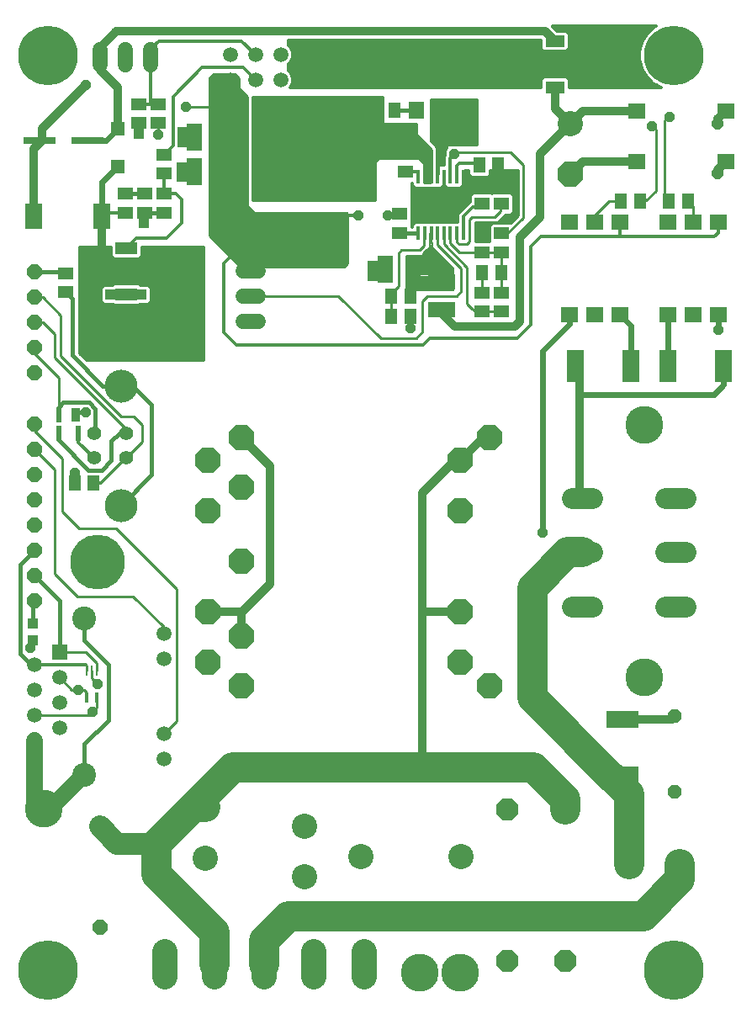
<source format=gtl>
G75*
G70*
%OFA0B0*%
%FSLAX24Y24*%
%IPPOS*%
%LPD*%
%AMOC8*
5,1,8,0,0,1.08239X$1,22.5*
%
%ADD10C,0.1000*%
%ADD11OC8,0.1000*%
%ADD12R,0.0669X0.0591*%
%ADD13R,0.0591X0.0512*%
%ADD14R,0.0512X0.0591*%
%ADD15R,0.0551X0.0551*%
%ADD16R,0.0140X0.0560*%
%ADD17R,0.0800X0.0800*%
%ADD18OC8,0.1181*%
%ADD19R,0.0630X0.1063*%
%ADD20R,0.2165X0.1969*%
%ADD21C,0.0594*%
%ADD22C,0.1000*%
%ADD23OC8,0.0885*%
%ADD24R,0.0630X0.0710*%
%ADD25R,0.1063X0.0630*%
%ADD26C,0.0825*%
%ADD27R,0.0709X0.1260*%
%ADD28R,0.1260X0.0709*%
%ADD29OC8,0.0560*%
%ADD30OC8,0.0760*%
%ADD31C,0.1502*%
%ADD32R,0.0701X0.0598*%
%ADD33R,0.0709X0.0984*%
%ADD34C,0.0594*%
%ADD35R,0.0880X0.0480*%
%ADD36R,0.0866X0.1417*%
%ADD37C,0.0560*%
%ADD38C,0.1306*%
%ADD39OC8,0.0594*%
%ADD40R,0.0594X0.0594*%
%ADD41C,0.0945*%
%ADD42R,0.0433X0.0394*%
%ADD43R,0.1280X0.0300*%
%ADD44R,0.0750X0.0450*%
%ADD45R,0.1250X0.2000*%
%ADD46R,0.0100X0.0440*%
%ADD47R,0.0120X0.0440*%
%ADD48R,0.0370X0.0520*%
%ADD49R,0.0220X0.0620*%
%ADD50OC8,0.0600*%
%ADD51C,0.1200*%
%ADD52C,0.0320*%
%ADD53C,0.0860*%
%ADD54C,0.0100*%
%ADD55C,0.0070*%
%ADD56C,0.0140*%
%ADD57C,0.0120*%
%ADD58R,0.0396X0.0396*%
%ADD59C,0.0160*%
%ADD60OC8,0.0396*%
%ADD61C,0.2362*%
%ADD62C,0.0240*%
%ADD63C,0.1500*%
%ADD64C,0.0660*%
%ADD65C,0.0200*%
%ADD66OC8,0.0436*%
%ADD67C,0.2165*%
D10*
X015587Y011426D03*
X015587Y013451D03*
X019524Y012703D03*
X019524Y010678D03*
X021756Y011487D03*
X025693Y011487D03*
X030040Y040528D03*
D11*
X030040Y038528D03*
X026852Y028098D03*
X025681Y027177D03*
X025681Y025177D03*
X025681Y021177D03*
X025681Y019177D03*
X026852Y018256D03*
X017009Y018256D03*
X015681Y019177D03*
X017009Y020224D03*
X015681Y021177D03*
X017009Y023177D03*
X015681Y025177D03*
X017009Y026130D03*
X015681Y027177D03*
X017009Y028098D03*
D12*
X032659Y039023D03*
X032659Y041031D03*
X036202Y041031D03*
X036202Y039023D03*
D13*
X027306Y038101D03*
X027306Y037353D03*
X026531Y037353D03*
X026531Y038101D03*
X026531Y036176D03*
X026531Y035428D03*
X027306Y035428D03*
X027306Y036176D03*
X027306Y033826D03*
X027306Y033078D03*
X026531Y033078D03*
X026531Y033826D03*
X023281Y036203D03*
X023281Y036951D03*
X023506Y038628D03*
X023506Y039376D03*
X013956Y039301D03*
X013956Y038553D03*
X013956Y037751D03*
X013956Y037003D03*
X013181Y037003D03*
X013181Y037751D03*
X012406Y037751D03*
X012406Y037003D03*
X010031Y034601D03*
X010031Y033853D03*
X012931Y040553D03*
X012931Y041301D03*
X013706Y041301D03*
X013706Y040553D03*
D14*
X022332Y041052D03*
X023080Y041052D03*
X026432Y038902D03*
X027180Y038902D03*
X027295Y034627D03*
X026547Y034627D03*
X023705Y033677D03*
X022957Y033677D03*
X022957Y032902D03*
X023705Y032902D03*
X032057Y037452D03*
X032805Y037452D03*
X033957Y037452D03*
X034705Y037452D03*
X011155Y026277D03*
X010407Y026277D03*
D15*
X012106Y038829D03*
X012106Y040325D03*
X023458Y040177D03*
X024954Y040177D03*
D16*
X025036Y038422D03*
X025286Y038422D03*
X025546Y038422D03*
X025806Y038422D03*
X024776Y038422D03*
X024526Y038422D03*
X024266Y038422D03*
X024006Y038422D03*
X024006Y036182D03*
X024266Y036182D03*
X024526Y036182D03*
X024776Y036182D03*
X025036Y036182D03*
X025286Y036182D03*
X025546Y036182D03*
X025806Y036182D03*
D17*
X024906Y037302D03*
D18*
X024906Y037302D03*
D19*
X023807Y034752D03*
X022704Y034752D03*
X016257Y038627D03*
X015154Y038627D03*
X015154Y040002D03*
X016257Y040002D03*
D20*
X020181Y039400D03*
X020181Y036054D03*
D21*
X017677Y034702D02*
X017084Y034702D01*
X017084Y033702D02*
X017677Y033702D01*
X017677Y032702D02*
X017084Y032702D01*
X013406Y042855D02*
X013406Y043449D01*
X012406Y043449D02*
X012406Y042855D01*
X011406Y042855D02*
X011406Y043449D01*
D22*
X013985Y007734D02*
X013985Y006734D01*
X015953Y006734D02*
X015953Y007734D01*
X017922Y007734D02*
X017922Y006734D01*
X019890Y006734D02*
X019890Y007734D01*
X021859Y007734D02*
X021859Y006734D01*
D23*
X027535Y007362D03*
X029841Y007362D03*
X029841Y013362D03*
X027535Y013362D03*
D24*
X025065Y041052D03*
X023946Y041052D03*
D25*
X024931Y034253D03*
X024931Y033151D03*
D26*
X030093Y025702D02*
X030918Y025702D01*
X030918Y023552D02*
X030093Y023552D01*
X030093Y021402D02*
X030918Y021402D01*
X033793Y021402D02*
X034618Y021402D01*
X034618Y023552D02*
X033793Y023552D01*
X033793Y025702D02*
X034618Y025702D01*
D27*
X033903Y030927D03*
X032433Y030927D03*
X030228Y030927D03*
X036108Y030927D03*
D28*
X032106Y016930D03*
X032106Y014725D03*
D29*
X034181Y014052D03*
X034181Y017052D03*
D30*
X034381Y011202D03*
X032381Y011202D03*
D31*
X032981Y018577D03*
X032981Y028577D03*
D32*
X033906Y032948D03*
X034906Y032948D03*
X035906Y032948D03*
X035906Y036606D03*
X034906Y036606D03*
X033906Y036606D03*
X032006Y036606D03*
X031006Y036606D03*
X030006Y036606D03*
X030006Y032948D03*
X031006Y032948D03*
X032006Y032948D03*
D33*
X011489Y036852D03*
X008772Y036852D03*
D34*
X016568Y042246D03*
X016568Y043246D03*
X017568Y043246D03*
X017568Y042246D03*
X018568Y042246D03*
X018568Y043246D03*
X013925Y020322D03*
X013925Y019322D03*
X013925Y016342D03*
X013925Y015342D03*
X009807Y016582D03*
X009807Y017582D03*
X009807Y018582D03*
X008807Y019082D03*
X008807Y018082D03*
X008807Y017082D03*
X008807Y016082D03*
D35*
X012435Y033767D03*
X012435Y034677D03*
X012435Y035587D03*
D36*
X014876Y034677D03*
D37*
X012429Y028260D03*
X012429Y027276D03*
X011170Y027276D03*
X011170Y028260D03*
D38*
X012233Y030138D03*
X012233Y025398D03*
D39*
X008806Y025627D03*
X008806Y024627D03*
X008806Y023627D03*
X008806Y022627D03*
X008806Y021627D03*
X008806Y026627D03*
X008806Y027627D03*
X008806Y028627D03*
X008806Y030652D03*
X008806Y031652D03*
X008806Y032652D03*
X008806Y033652D03*
X008806Y034652D03*
D40*
X009807Y019582D03*
D41*
X010775Y020932D03*
X010775Y014731D03*
D42*
X008756Y020043D03*
X008756Y020712D03*
D43*
X009006Y039852D03*
X010906Y039852D03*
D44*
X029441Y041967D03*
X029441Y042877D03*
X029441Y043787D03*
D45*
X027171Y042877D03*
D46*
X011281Y018867D03*
X011081Y018867D03*
X010881Y018867D03*
D47*
X010881Y017787D03*
X011281Y017787D03*
D48*
X010456Y029002D03*
D49*
X009776Y029002D03*
X009776Y028252D03*
X010536Y028252D03*
D50*
X011406Y012677D03*
X011406Y008677D03*
D51*
X013656Y010777D02*
X015953Y008479D01*
X015953Y007234D01*
X017922Y007234D02*
X017922Y008169D01*
X018881Y009127D01*
X032931Y009127D01*
X034381Y010577D01*
X034381Y011202D01*
X032381Y011202D02*
X032381Y013951D01*
X031702Y014630D01*
X031681Y014627D02*
X028531Y017777D01*
X028531Y022127D01*
X029956Y023552D01*
X030506Y023552D01*
X028581Y015027D02*
X024156Y015027D01*
X016681Y015027D01*
X015105Y013451D01*
X013656Y012002D01*
X013656Y010777D01*
X015105Y013451D02*
X015587Y013451D01*
X028581Y015027D02*
X029841Y013767D01*
X029841Y013362D01*
D52*
X031681Y014627D02*
X031702Y014630D01*
X032106Y014677D01*
X032106Y014725D01*
X032106Y016930D02*
X034058Y016930D01*
X034181Y017052D01*
X030506Y025702D02*
X030406Y025802D01*
X030406Y029752D01*
X030406Y030750D01*
X030228Y030927D01*
X028056Y032702D02*
X028056Y036027D01*
X028856Y036827D01*
X028856Y039327D01*
X030056Y040527D01*
X030040Y040528D02*
X029441Y041128D01*
X029441Y041967D01*
X030544Y041031D02*
X030040Y040528D01*
X030544Y041031D02*
X032659Y041031D01*
X032659Y039023D02*
X030536Y039023D01*
X030040Y038528D01*
X029446Y043787D02*
X029441Y043787D01*
X029446Y043787D02*
X029056Y044177D01*
X012056Y044177D01*
X011406Y043527D01*
X011406Y043152D01*
X011406Y042652D01*
X012106Y041952D01*
X012106Y040327D01*
X012106Y040325D01*
X010831Y042052D02*
X009106Y040327D01*
X009106Y039852D01*
X008772Y039519D01*
X008772Y036852D01*
X011481Y036827D02*
X011481Y035227D01*
X012031Y034677D01*
X012435Y034677D01*
X014876Y034677D01*
X012406Y037003D02*
X012380Y036977D01*
X009106Y039852D02*
X009006Y039852D01*
X017009Y028098D02*
X018156Y026952D01*
X018156Y022302D01*
X017009Y021156D01*
X017009Y021152D01*
X016984Y021177D01*
X015681Y021177D01*
X017009Y021152D02*
X017009Y020224D01*
X024190Y021102D02*
X024190Y015061D01*
X024156Y015027D01*
X024190Y021102D02*
X024265Y021177D01*
X025681Y021177D01*
X024190Y021102D02*
X024190Y025902D01*
X025465Y027177D01*
X025681Y027177D01*
X026602Y028098D01*
X026852Y028098D01*
X027831Y032477D02*
X025481Y032477D01*
X024856Y033102D01*
X024931Y033202D01*
X024931Y033151D01*
X027831Y032477D02*
X028056Y032702D01*
X035881Y038552D02*
X035881Y038702D01*
X036202Y039023D01*
X035881Y040527D02*
X035881Y040710D01*
X036202Y041031D01*
X020181Y039400D02*
X020054Y039400D01*
D53*
X011406Y012677D02*
X012081Y012002D01*
X013656Y012002D01*
D54*
X013931Y016352D02*
X014431Y016852D01*
X014431Y022077D01*
X012031Y024477D01*
X010581Y024477D01*
X009906Y025152D01*
X009906Y027252D01*
X008806Y028352D01*
X008806Y028627D01*
X008806Y027627D02*
X009606Y026827D01*
X009606Y022702D01*
X010506Y021802D01*
X012706Y021802D01*
X013925Y020583D01*
X013925Y020322D01*
X011281Y019152D02*
X011281Y018867D01*
X011081Y018867D02*
X011081Y018552D01*
X011306Y018327D01*
X010881Y018002D02*
X010781Y018102D01*
X010531Y018102D01*
X010286Y018102D01*
X009807Y018582D01*
X009807Y019582D02*
X010851Y019582D01*
X011281Y019152D01*
X010881Y019052D02*
X010881Y018867D01*
X010881Y019052D02*
X010856Y019077D01*
X010881Y018002D02*
X010881Y017787D01*
X011281Y017787D02*
X011281Y017402D01*
X011106Y017227D01*
X010960Y017082D01*
X008807Y017082D01*
X010407Y026277D02*
X010407Y026676D01*
X010406Y026677D01*
X010536Y028035D02*
X010536Y028252D01*
X009776Y029002D02*
X009776Y029122D01*
X009781Y029127D02*
X009781Y030452D01*
X008806Y031427D01*
X008806Y031652D01*
X009606Y031252D02*
X012429Y028428D01*
X012429Y028260D01*
X012256Y028927D02*
X012731Y028927D01*
X013081Y028577D01*
X013081Y027927D01*
X012431Y027277D01*
X012256Y028927D02*
X009856Y031327D01*
X009856Y032927D01*
X009131Y033652D01*
X008806Y033652D01*
X008806Y032652D02*
X009156Y032652D01*
X009606Y032202D01*
X009606Y031252D01*
X010581Y031431D02*
X010581Y035652D01*
X011826Y035652D01*
X011826Y035277D01*
X011925Y035177D01*
X012946Y035177D01*
X013045Y035277D01*
X013045Y035652D01*
X015506Y035652D01*
X015506Y031152D01*
X010859Y031152D01*
X010581Y031431D01*
X015506Y031431D01*
X015506Y031333D02*
X010679Y031333D01*
X010777Y031234D02*
X015506Y031234D01*
X015506Y031530D02*
X010581Y031530D01*
X010581Y031628D02*
X015506Y031628D01*
X015506Y031727D02*
X010581Y031727D01*
X010581Y031825D02*
X015506Y031825D01*
X015506Y031924D02*
X010581Y031924D01*
X010581Y032022D02*
X015506Y032022D01*
X015506Y032121D02*
X010581Y032121D01*
X010581Y032219D02*
X015506Y032219D01*
X015506Y032318D02*
X010581Y032318D01*
X010581Y032416D02*
X015506Y032416D01*
X015506Y032515D02*
X010581Y032515D01*
X010581Y032613D02*
X015506Y032613D01*
X015506Y032712D02*
X010581Y032712D01*
X010581Y032810D02*
X015506Y032810D01*
X015506Y032909D02*
X010581Y032909D01*
X010581Y033007D02*
X015506Y033007D01*
X015506Y033106D02*
X010581Y033106D01*
X010581Y033204D02*
X015506Y033204D01*
X015506Y033303D02*
X010581Y033303D01*
X010581Y033401D02*
X011520Y033401D01*
X011537Y033384D02*
X011898Y033384D01*
X011925Y033357D01*
X012946Y033357D01*
X012973Y033384D01*
X013299Y033384D01*
X013399Y033484D01*
X013399Y034021D01*
X013299Y034120D01*
X013003Y034120D01*
X012946Y034177D01*
X011925Y034177D01*
X011868Y034120D01*
X011537Y034120D01*
X011437Y034021D01*
X011437Y033484D01*
X011537Y033384D01*
X011437Y033500D02*
X010581Y033500D01*
X010581Y033598D02*
X011437Y033598D01*
X011437Y033697D02*
X010581Y033697D01*
X010581Y033795D02*
X011437Y033795D01*
X011437Y033894D02*
X010581Y033894D01*
X010581Y033992D02*
X011437Y033992D01*
X011508Y034091D02*
X010581Y034091D01*
X010581Y034189D02*
X015506Y034189D01*
X015506Y034091D02*
X013329Y034091D01*
X013399Y033992D02*
X015506Y033992D01*
X015506Y033894D02*
X013399Y033894D01*
X013399Y033795D02*
X015506Y033795D01*
X015506Y033697D02*
X013399Y033697D01*
X013399Y033598D02*
X015506Y033598D01*
X015506Y033500D02*
X013399Y033500D01*
X013316Y033401D02*
X015506Y033401D01*
X015506Y034288D02*
X010581Y034288D01*
X010581Y034386D02*
X015506Y034386D01*
X015506Y034485D02*
X010581Y034485D01*
X010581Y034583D02*
X015506Y034583D01*
X015506Y034682D02*
X010581Y034682D01*
X010581Y034780D02*
X015506Y034780D01*
X015506Y034879D02*
X010581Y034879D01*
X010581Y034977D02*
X015506Y034977D01*
X015506Y035076D02*
X010581Y035076D01*
X010581Y035174D02*
X015506Y035174D01*
X015506Y035273D02*
X013042Y035273D01*
X013045Y035371D02*
X015506Y035371D01*
X015506Y035470D02*
X013045Y035470D01*
X013045Y035568D02*
X015506Y035568D01*
X015871Y035962D02*
X021206Y035962D01*
X021206Y035864D02*
X015969Y035864D01*
X016068Y035765D02*
X021206Y035765D01*
X021206Y035667D02*
X016166Y035667D01*
X016265Y035568D02*
X021206Y035568D01*
X021206Y035470D02*
X016363Y035470D01*
X016462Y035371D02*
X021206Y035371D01*
X021206Y035273D02*
X016560Y035273D01*
X016659Y035174D02*
X021206Y035174D01*
X021206Y035076D02*
X016757Y035076D01*
X016856Y034977D02*
X021206Y034977D01*
X021081Y034852D01*
X016981Y034852D01*
X015756Y036077D01*
X015756Y042352D01*
X015906Y042502D01*
X016731Y042502D01*
X016906Y042327D01*
X016906Y041927D01*
X017231Y041602D01*
X017231Y037252D01*
X017506Y036977D01*
X021056Y036977D01*
X021206Y036827D01*
X021206Y034977D01*
X021107Y034879D02*
X016954Y034879D01*
X017381Y033702D02*
X020856Y033702D01*
X022531Y032027D01*
X023931Y032027D01*
X024181Y032277D01*
X024181Y033502D01*
X024381Y033702D01*
X025531Y033702D01*
X025706Y033877D01*
X025706Y034777D01*
X024776Y035707D01*
X024776Y036182D01*
X024781Y036182D01*
X025036Y036182D02*
X025036Y035747D01*
X025956Y034827D01*
X025956Y033402D01*
X026155Y033203D01*
X026156Y033202D02*
X026280Y033078D01*
X026531Y033078D01*
X027306Y033078D01*
X027306Y033826D02*
X027306Y034651D01*
X027295Y034627D01*
X027306Y034703D01*
X027306Y035428D01*
X026531Y035428D01*
X025655Y035428D01*
X025286Y035797D01*
X025286Y036182D01*
X025546Y036182D02*
X025546Y035837D01*
X025631Y035752D01*
X025956Y035752D01*
X026056Y035852D01*
X026056Y036727D01*
X026156Y036827D01*
X027056Y036827D01*
X027281Y037052D01*
X027306Y037353D01*
X027474Y036927D02*
X027671Y036927D01*
X027771Y037027D01*
X027771Y037679D01*
X027671Y037779D01*
X026940Y037779D01*
X026918Y037757D01*
X026896Y037779D01*
X026165Y037779D01*
X026065Y037679D01*
X026065Y037437D01*
X025951Y037322D01*
X025576Y036947D01*
X023756Y036947D01*
X023756Y036849D02*
X025576Y036849D01*
X025576Y036947D02*
X025576Y036632D01*
X023865Y036632D01*
X023766Y036533D01*
X023766Y036427D01*
X023756Y036427D01*
X023756Y038177D01*
X023766Y038177D01*
X023766Y038072D01*
X023865Y037972D01*
X024916Y037972D01*
X025016Y038072D01*
X025016Y038177D01*
X025046Y038177D01*
X025046Y038072D01*
X025145Y037972D01*
X025686Y037972D01*
X025786Y038072D01*
X025786Y038177D01*
X025856Y038177D01*
X025856Y038677D01*
X026006Y038677D01*
X026006Y038536D01*
X026105Y038437D01*
X026758Y038437D01*
X026857Y038536D01*
X026857Y038677D01*
X027961Y038677D01*
X027961Y036893D01*
X027669Y036602D01*
X026940Y036602D01*
X026840Y036503D01*
X026840Y035854D01*
X026276Y035854D01*
X026276Y036607D01*
X027147Y036607D01*
X027276Y036736D01*
X027430Y036890D01*
X027474Y036927D01*
X027388Y036849D02*
X027916Y036849D01*
X027961Y036947D02*
X027691Y036947D01*
X027771Y037046D02*
X027961Y037046D01*
X027961Y037144D02*
X027771Y037144D01*
X027771Y037243D02*
X027961Y037243D01*
X027961Y037341D02*
X027771Y037341D01*
X027771Y037440D02*
X027961Y037440D01*
X027961Y037538D02*
X027771Y037538D01*
X027771Y037637D02*
X027961Y037637D01*
X027961Y037735D02*
X027715Y037735D01*
X027961Y037834D02*
X023756Y037834D01*
X023756Y037932D02*
X027961Y037932D01*
X027961Y038031D02*
X025745Y038031D01*
X025786Y038129D02*
X027961Y038129D01*
X027961Y038228D02*
X025856Y038228D01*
X025856Y038326D02*
X027961Y038326D01*
X027961Y038425D02*
X025856Y038425D01*
X025856Y038523D02*
X026019Y038523D01*
X026006Y038622D02*
X025856Y038622D01*
X025456Y039302D02*
X025556Y039402D01*
X027681Y039402D01*
X028181Y038902D01*
X028181Y036802D01*
X027556Y036177D01*
X027356Y036177D01*
X027331Y036152D01*
X026891Y036553D02*
X026276Y036553D01*
X026276Y036455D02*
X026840Y036455D01*
X026840Y036356D02*
X026276Y036356D01*
X026276Y036258D02*
X026840Y036258D01*
X026840Y036159D02*
X026276Y036159D01*
X026276Y036061D02*
X026840Y036061D01*
X026840Y035962D02*
X026276Y035962D01*
X026276Y035864D02*
X026840Y035864D01*
X027191Y036652D02*
X027719Y036652D01*
X027818Y036750D02*
X027290Y036750D01*
X027276Y036736D02*
X027276Y036736D01*
X026121Y037735D02*
X023756Y037735D01*
X023756Y037637D02*
X026065Y037637D01*
X026065Y037538D02*
X023756Y037538D01*
X023756Y037440D02*
X026065Y037440D01*
X025969Y037341D02*
X023756Y037341D01*
X023756Y037243D02*
X025871Y037243D01*
X025772Y037144D02*
X023756Y037144D01*
X023756Y037046D02*
X025674Y037046D01*
X025576Y036750D02*
X023756Y036750D01*
X023756Y036652D02*
X025576Y036652D01*
X024266Y036182D02*
X024256Y036182D01*
X024256Y035702D01*
X024081Y035527D01*
X023356Y035527D01*
X023231Y035402D01*
X023231Y034077D01*
X022957Y033803D01*
X022957Y033677D01*
X022957Y032902D01*
X023705Y032902D02*
X023706Y032901D01*
X023706Y032427D01*
X022704Y034752D02*
X022579Y034877D01*
X022206Y034877D01*
X021206Y036061D02*
X015772Y036061D01*
X015756Y036159D02*
X021206Y036159D01*
X021206Y036258D02*
X015756Y036258D01*
X015756Y036356D02*
X021206Y036356D01*
X021206Y036455D02*
X015756Y036455D01*
X015756Y036553D02*
X021206Y036553D01*
X021206Y036652D02*
X015756Y036652D01*
X015756Y036750D02*
X021206Y036750D01*
X021184Y036849D02*
X015756Y036849D01*
X015756Y036947D02*
X021085Y036947D01*
X022306Y037477D02*
X017456Y037477D01*
X017456Y041602D01*
X022606Y041602D01*
X022606Y040527D01*
X023931Y040527D01*
X023931Y040102D01*
X024531Y039502D01*
X024531Y038977D01*
X024506Y038952D01*
X024506Y038202D01*
X024256Y038202D01*
X024256Y038952D01*
X024056Y039152D01*
X022431Y039152D01*
X022306Y039027D01*
X022306Y037477D01*
X022306Y037538D02*
X017456Y037538D01*
X017456Y037637D02*
X022306Y037637D01*
X022306Y037735D02*
X017456Y037735D01*
X017456Y037834D02*
X022306Y037834D01*
X022306Y037932D02*
X017456Y037932D01*
X017456Y038031D02*
X022306Y038031D01*
X022306Y038129D02*
X017456Y038129D01*
X017456Y038228D02*
X022306Y038228D01*
X022306Y038326D02*
X017456Y038326D01*
X017456Y038425D02*
X022306Y038425D01*
X022306Y038523D02*
X017456Y038523D01*
X017456Y038622D02*
X022306Y038622D01*
X022306Y038720D02*
X017456Y038720D01*
X017456Y038819D02*
X022306Y038819D01*
X022306Y038917D02*
X017456Y038917D01*
X017456Y039016D02*
X022306Y039016D01*
X022393Y039114D02*
X017456Y039114D01*
X017456Y039213D02*
X024531Y039213D01*
X024531Y039311D02*
X017456Y039311D01*
X017456Y039410D02*
X024531Y039410D01*
X024524Y039508D02*
X017456Y039508D01*
X017456Y039607D02*
X024426Y039607D01*
X024327Y039705D02*
X017456Y039705D01*
X017456Y039804D02*
X024229Y039804D01*
X024130Y039902D02*
X017456Y039902D01*
X017456Y040001D02*
X024032Y040001D01*
X023933Y040099D02*
X017456Y040099D01*
X017456Y040198D02*
X023931Y040198D01*
X023931Y040296D02*
X017456Y040296D01*
X017456Y040395D02*
X023931Y040395D01*
X023931Y040493D02*
X017456Y040493D01*
X017456Y040592D02*
X022606Y040592D01*
X022606Y040690D02*
X017456Y040690D01*
X017456Y040789D02*
X022606Y040789D01*
X022606Y040887D02*
X017456Y040887D01*
X017456Y040986D02*
X022606Y040986D01*
X022606Y041084D02*
X017456Y041084D01*
X017456Y041183D02*
X022606Y041183D01*
X022606Y041281D02*
X017456Y041281D01*
X017456Y041380D02*
X022606Y041380D01*
X022606Y041478D02*
X017456Y041478D01*
X017456Y041577D02*
X022606Y041577D01*
X024506Y041502D02*
X024506Y039852D01*
X024756Y039602D01*
X024756Y038783D01*
X024766Y038773D01*
X024766Y038527D01*
X024796Y038527D01*
X024796Y038773D01*
X024806Y038783D01*
X024806Y038852D01*
X024856Y038902D01*
X025046Y038902D01*
X025046Y039205D01*
X025082Y039293D01*
X025087Y039298D01*
X025087Y039480D01*
X025156Y039548D01*
X025156Y039702D01*
X026356Y039702D01*
X026356Y041502D01*
X024506Y041502D01*
X024506Y041478D02*
X026356Y041478D01*
X026356Y041380D02*
X024506Y041380D01*
X024506Y041281D02*
X026356Y041281D01*
X026356Y041183D02*
X024506Y041183D01*
X024506Y041084D02*
X026356Y041084D01*
X026356Y040986D02*
X024506Y040986D01*
X024506Y040887D02*
X026356Y040887D01*
X026356Y040789D02*
X024506Y040789D01*
X024506Y040690D02*
X026356Y040690D01*
X026356Y040592D02*
X024506Y040592D01*
X024506Y040493D02*
X026356Y040493D01*
X026356Y040395D02*
X024506Y040395D01*
X024506Y040296D02*
X026356Y040296D01*
X026356Y040198D02*
X024506Y040198D01*
X024506Y040099D02*
X026356Y040099D01*
X026356Y040001D02*
X024506Y040001D01*
X024506Y039902D02*
X026356Y039902D01*
X026356Y039804D02*
X024554Y039804D01*
X024652Y039705D02*
X026356Y039705D01*
X026857Y038622D02*
X027961Y038622D01*
X027961Y038523D02*
X026844Y038523D01*
X025087Y038031D02*
X024975Y038031D01*
X025016Y038129D02*
X025046Y038129D01*
X024796Y038622D02*
X024766Y038622D01*
X024766Y038720D02*
X024796Y038720D01*
X024806Y038819D02*
X024756Y038819D01*
X024756Y038917D02*
X025046Y038917D01*
X025046Y039016D02*
X024756Y039016D01*
X024756Y039114D02*
X025046Y039114D01*
X025049Y039213D02*
X024756Y039213D01*
X024756Y039311D02*
X025087Y039311D01*
X025087Y039410D02*
X024756Y039410D01*
X024756Y039508D02*
X025116Y039508D01*
X025156Y039607D02*
X024751Y039607D01*
X024531Y039114D02*
X024093Y039114D01*
X024192Y039016D02*
X024531Y039016D01*
X024506Y038917D02*
X024256Y038917D01*
X024256Y038819D02*
X024506Y038819D01*
X024506Y038720D02*
X024256Y038720D01*
X024256Y038622D02*
X024506Y038622D01*
X024506Y038523D02*
X024256Y038523D01*
X024256Y038425D02*
X024506Y038425D01*
X024506Y038326D02*
X024256Y038326D01*
X024256Y038228D02*
X024506Y038228D01*
X023807Y038031D02*
X023756Y038031D01*
X023756Y038129D02*
X023766Y038129D01*
X023756Y036553D02*
X023786Y036553D01*
X023766Y036455D02*
X023756Y036455D01*
X024256Y036202D02*
X024256Y036182D01*
X026547Y034627D02*
X026557Y033902D01*
X026531Y033826D01*
X031006Y036606D02*
X031006Y036877D01*
X031582Y037453D01*
X032057Y037452D01*
X032805Y037452D02*
X032831Y037478D01*
X033057Y037478D01*
X033431Y037852D01*
X033431Y040277D01*
X033281Y040427D01*
X033781Y040652D02*
X033981Y040802D01*
X033781Y040652D02*
X033781Y037627D01*
X033956Y037452D01*
X033957Y037452D01*
X034705Y037452D02*
X034906Y037251D01*
X034906Y036606D01*
X017437Y037046D02*
X015756Y037046D01*
X015756Y037144D02*
X017338Y037144D01*
X017240Y037243D02*
X015756Y037243D01*
X015756Y037341D02*
X017231Y037341D01*
X017231Y037440D02*
X015756Y037440D01*
X015756Y037538D02*
X017231Y037538D01*
X017231Y037637D02*
X015756Y037637D01*
X015756Y037735D02*
X017231Y037735D01*
X017231Y037834D02*
X015756Y037834D01*
X015756Y037932D02*
X017231Y037932D01*
X017231Y038031D02*
X015756Y038031D01*
X015756Y038129D02*
X017231Y038129D01*
X017231Y038228D02*
X015756Y038228D01*
X015756Y038326D02*
X017231Y038326D01*
X017231Y038425D02*
X015756Y038425D01*
X015756Y038523D02*
X017231Y038523D01*
X017231Y038622D02*
X015756Y038622D01*
X015756Y038720D02*
X017231Y038720D01*
X017231Y038819D02*
X015756Y038819D01*
X015756Y038917D02*
X017231Y038917D01*
X017231Y039016D02*
X015756Y039016D01*
X015756Y039114D02*
X017231Y039114D01*
X017231Y039213D02*
X015756Y039213D01*
X015756Y039311D02*
X017231Y039311D01*
X017231Y039410D02*
X015756Y039410D01*
X015756Y039508D02*
X017231Y039508D01*
X017231Y039607D02*
X015756Y039607D01*
X015756Y039705D02*
X017231Y039705D01*
X017231Y039804D02*
X015756Y039804D01*
X015756Y039902D02*
X017231Y039902D01*
X017231Y040001D02*
X015756Y040001D01*
X015756Y040099D02*
X017231Y040099D01*
X017231Y040198D02*
X015756Y040198D01*
X015756Y040296D02*
X017231Y040296D01*
X017231Y040395D02*
X015756Y040395D01*
X015756Y040493D02*
X017231Y040493D01*
X017231Y040592D02*
X015756Y040592D01*
X015756Y040690D02*
X017231Y040690D01*
X017231Y040789D02*
X015756Y040789D01*
X015756Y040887D02*
X017231Y040887D01*
X017231Y040986D02*
X015756Y040986D01*
X015756Y041084D02*
X017231Y041084D01*
X017231Y041183D02*
X015756Y041183D01*
X015756Y041281D02*
X017231Y041281D01*
X017231Y041380D02*
X015756Y041380D01*
X015756Y041478D02*
X017231Y041478D01*
X017231Y041577D02*
X015756Y041577D01*
X015756Y041675D02*
X017157Y041675D01*
X017059Y041774D02*
X015756Y041774D01*
X015756Y041872D02*
X016960Y041872D01*
X016906Y041971D02*
X015756Y041971D01*
X015756Y042069D02*
X016906Y042069D01*
X016906Y042168D02*
X015756Y042168D01*
X015756Y042266D02*
X016906Y042266D01*
X016868Y042365D02*
X015768Y042365D01*
X015867Y042463D02*
X016769Y042463D01*
X016131Y041202D02*
X016181Y041152D01*
X016131Y041202D02*
X014806Y041202D01*
X013706Y040553D02*
X013706Y040102D01*
X011826Y035568D02*
X010581Y035568D01*
X010581Y035470D02*
X011826Y035470D01*
X011826Y035371D02*
X010581Y035371D01*
X010581Y035273D02*
X011829Y035273D01*
D55*
X023531Y035277D02*
X023531Y033927D01*
X025406Y033927D01*
X025406Y034787D01*
X024571Y035622D01*
X024571Y035818D01*
X024551Y035838D01*
X024551Y036177D01*
X024491Y036177D01*
X024491Y035838D01*
X024461Y035808D01*
X024461Y035617D01*
X024286Y035442D01*
X024206Y035362D01*
X024831Y035362D01*
X024763Y035430D02*
X024274Y035430D01*
X024206Y035362D02*
X024206Y035277D01*
X023531Y035277D01*
X023531Y035225D02*
X024968Y035225D01*
X024900Y035293D02*
X024206Y035293D01*
X024342Y035499D02*
X024694Y035499D01*
X024626Y035567D02*
X024411Y035567D01*
X024461Y035636D02*
X024571Y035636D01*
X024571Y035704D02*
X024461Y035704D01*
X024461Y035773D02*
X024571Y035773D01*
X024551Y035841D02*
X024491Y035841D01*
X024491Y035910D02*
X024551Y035910D01*
X024551Y035978D02*
X024491Y035978D01*
X024491Y036047D02*
X024551Y036047D01*
X024551Y036115D02*
X024491Y036115D01*
X025037Y035156D02*
X023531Y035156D01*
X023531Y035088D02*
X025105Y035088D01*
X025174Y035019D02*
X023531Y035019D01*
X023531Y034951D02*
X025242Y034951D01*
X025311Y034882D02*
X023531Y034882D01*
X023531Y034814D02*
X025379Y034814D01*
X025406Y034745D02*
X023531Y034745D01*
X023531Y034677D02*
X025406Y034677D01*
X025406Y034608D02*
X023531Y034608D01*
X023531Y034540D02*
X025406Y034540D01*
X025406Y034471D02*
X023531Y034471D01*
X023531Y034403D02*
X025406Y034403D01*
X025406Y034334D02*
X023531Y034334D01*
X023531Y034266D02*
X025406Y034266D01*
X025406Y034197D02*
X023531Y034197D01*
X023531Y034129D02*
X025406Y034129D01*
X025406Y034060D02*
X023531Y034060D01*
X023531Y033992D02*
X025406Y033992D01*
D56*
X024006Y036182D02*
X023936Y036182D01*
X023931Y036177D01*
X024006Y038422D02*
X024006Y038602D01*
X023980Y038628D01*
X023506Y038628D01*
X024266Y038422D02*
X024266Y039137D01*
X024281Y039152D01*
X024776Y038847D02*
X024856Y038927D01*
X024776Y038847D02*
X024776Y038422D01*
X025286Y038422D02*
X025286Y039157D01*
X025456Y039327D01*
D57*
X025656Y038952D02*
X026382Y038952D01*
X026432Y038902D01*
X025656Y038952D02*
X025546Y038842D01*
X025546Y038422D01*
X024526Y038422D02*
X024526Y038982D01*
X023281Y036951D02*
X022806Y036902D01*
X021631Y036902D02*
X020856Y036902D01*
X020006Y036052D01*
X019981Y036052D02*
X019956Y036027D01*
X019931Y036052D01*
X020181Y036054D01*
X019956Y036027D02*
X019406Y035477D01*
X019206Y035477D01*
X019231Y035452D01*
X016731Y035427D02*
X016306Y035002D01*
X016306Y032252D01*
X016806Y031752D01*
X024206Y031752D01*
X024481Y032027D01*
X027956Y032027D01*
X028481Y032552D01*
X028481Y035652D01*
X028881Y036052D01*
X032006Y036052D01*
X032006Y036606D01*
X032006Y036052D02*
X035756Y036052D01*
X035906Y036202D01*
X035906Y036602D01*
X033629Y041952D02*
X029996Y041952D01*
X029996Y042267D01*
X029890Y042372D01*
X028991Y042372D01*
X028886Y042267D01*
X028886Y041952D01*
X018948Y041952D01*
X018972Y041976D01*
X019045Y042152D01*
X019045Y042341D01*
X018972Y042517D01*
X018881Y042608D01*
X018881Y042885D01*
X018972Y042976D01*
X019045Y043152D01*
X019045Y043341D01*
X018972Y043517D01*
X018881Y043608D01*
X018881Y043837D01*
X028886Y043837D01*
X028886Y043488D01*
X028991Y043382D01*
X029890Y043382D01*
X029996Y043488D01*
X029996Y044087D01*
X029890Y044192D01*
X029521Y044192D01*
X029344Y044370D01*
X029326Y044387D01*
X033442Y044387D01*
X033311Y044312D01*
X033058Y044058D01*
X029996Y044058D01*
X029996Y043940D02*
X032989Y043940D01*
X033058Y044058D02*
X032878Y043748D01*
X032786Y043402D01*
X032786Y043043D01*
X032878Y042697D01*
X033058Y042387D01*
X033311Y042133D01*
X033621Y041954D01*
X033629Y041952D01*
X033466Y042044D02*
X029996Y042044D01*
X029996Y042162D02*
X033282Y042162D01*
X033164Y042281D02*
X029982Y042281D01*
X028900Y042281D02*
X019045Y042281D01*
X019045Y042162D02*
X028886Y042162D01*
X028886Y042044D02*
X019000Y042044D01*
X019021Y042399D02*
X033050Y042399D01*
X032982Y042518D02*
X018971Y042518D01*
X018881Y042636D02*
X032913Y042636D01*
X032863Y042755D02*
X018881Y042755D01*
X018881Y042873D02*
X032831Y042873D01*
X032799Y042992D02*
X018979Y042992D01*
X019028Y043110D02*
X032786Y043110D01*
X032786Y043229D02*
X019045Y043229D01*
X019042Y043347D02*
X032786Y043347D01*
X032803Y043466D02*
X029974Y043466D01*
X029996Y043584D02*
X032835Y043584D01*
X032866Y043703D02*
X029996Y043703D01*
X029996Y043821D02*
X032921Y043821D01*
X033176Y044177D02*
X029906Y044177D01*
X029418Y044295D02*
X033295Y044295D01*
X029344Y044370D02*
X029344Y044370D01*
X028886Y043821D02*
X018881Y043821D01*
X018881Y043703D02*
X028886Y043703D01*
X028886Y043584D02*
X018905Y043584D01*
X018993Y043466D02*
X028907Y043466D01*
X026531Y037252D02*
X026506Y037227D01*
X026181Y037227D01*
X025806Y036852D01*
X025806Y036182D01*
X017568Y042246D02*
X017062Y042752D01*
X015456Y042752D01*
X014306Y041602D01*
X014306Y039651D01*
X013956Y039301D01*
X013956Y038578D02*
X013956Y038553D01*
X013956Y037751D01*
X014407Y037751D01*
X014631Y037527D01*
X014631Y036577D01*
X014056Y036002D01*
X012851Y036002D01*
X012435Y035587D01*
X012380Y036977D02*
X011606Y036977D01*
X011481Y036852D01*
X012931Y040127D02*
X012931Y040553D01*
X012931Y041301D02*
X013405Y041301D01*
X013406Y041302D01*
X013705Y041302D01*
X013706Y041301D01*
X013406Y041302D02*
X013406Y043152D01*
X013406Y043477D01*
X013731Y043802D01*
X017012Y043802D01*
X017568Y043246D01*
X015154Y040002D02*
X014954Y039802D01*
X014681Y039802D01*
X015154Y038627D02*
X014979Y038427D01*
X014656Y038427D01*
X010548Y028035D02*
X010548Y027897D01*
X011170Y027276D01*
X011155Y026277D02*
X011431Y026277D01*
X012429Y027276D01*
X008756Y020043D02*
X008665Y019993D01*
X008656Y019752D01*
X008807Y019082D02*
X008811Y019077D01*
X010856Y019077D01*
D58*
X011806Y033752D03*
X013031Y033752D03*
X013156Y036577D03*
X014656Y038427D03*
X014656Y038802D03*
X014681Y039802D03*
X014681Y040177D03*
X012931Y040127D03*
X018131Y040827D03*
X018731Y040827D03*
X019331Y040827D03*
X019931Y040827D03*
X020531Y040827D03*
X021131Y040827D03*
X021731Y040827D03*
X024131Y037697D03*
X024131Y037302D03*
X024131Y036907D03*
X025681Y037377D03*
X025681Y037747D03*
X022206Y034877D03*
X022206Y034502D03*
X026206Y042102D03*
X026206Y042502D03*
X026206Y042902D03*
X026206Y043302D03*
X028206Y043302D03*
X028206Y042902D03*
X028206Y042502D03*
X028206Y042102D03*
D59*
X023946Y041052D02*
X023080Y041052D01*
X023281Y036202D02*
X023306Y036177D01*
X023931Y036177D01*
X019206Y035477D02*
X019031Y035302D01*
X013956Y037003D02*
X013181Y037003D01*
X013181Y036577D01*
X013156Y036577D01*
X013181Y037751D02*
X012406Y037751D01*
X009980Y034652D02*
X010031Y034601D01*
X009980Y034652D02*
X008806Y034652D01*
X010031Y033853D02*
X010306Y033578D01*
X010306Y031352D01*
X011520Y030138D01*
X012233Y030138D01*
X012695Y030138D01*
X013456Y029377D01*
X013456Y026621D01*
X012233Y025398D01*
X011481Y026802D02*
X010956Y026802D01*
X009776Y027982D01*
X009776Y028252D01*
X009776Y029002D02*
X009781Y029007D01*
X009781Y029127D01*
X009781Y029302D01*
X009956Y029477D01*
X010981Y029477D01*
X011220Y029238D01*
X011220Y028310D01*
X011170Y028260D01*
X010548Y028035D02*
X010536Y028035D01*
X010456Y029002D02*
X010531Y029077D01*
X010831Y029077D01*
X011856Y027952D02*
X012163Y028260D01*
X012429Y028260D01*
X011856Y027952D02*
X011856Y027177D01*
X011481Y026802D01*
X008806Y023627D02*
X008231Y023052D01*
X008231Y019527D01*
X008676Y019082D01*
X008807Y019082D01*
X009807Y019582D02*
X009807Y021626D01*
X008806Y022627D01*
X008806Y021627D02*
X008756Y021577D01*
X008756Y020712D01*
X010775Y020932D02*
X010775Y020058D01*
X011731Y019102D01*
X011731Y016902D01*
X010775Y015947D01*
X010775Y014731D01*
X012435Y033752D02*
X012435Y033767D01*
X012435Y033752D02*
X013031Y033752D01*
D60*
X010831Y029077D03*
X010406Y026677D03*
X008656Y019752D03*
X010531Y018102D03*
X011306Y018327D03*
X011106Y017227D03*
X023706Y032427D03*
X022806Y036902D03*
X021631Y036902D03*
X025456Y039327D03*
X033281Y040427D03*
X033981Y040802D03*
X035906Y032352D03*
X028931Y024327D03*
X014806Y041202D03*
X013706Y040102D03*
X010831Y042052D03*
D61*
X009344Y007002D03*
X034147Y007002D03*
X034147Y043222D03*
X009344Y043222D03*
D62*
X010906Y039852D02*
X011631Y039852D01*
X012106Y040327D01*
X012106Y038827D02*
X011489Y038210D01*
X011489Y036852D01*
X028931Y031527D02*
X028931Y024327D01*
X030406Y029752D02*
X030456Y029802D01*
X035731Y029802D01*
X036108Y030180D01*
X036108Y030927D01*
X035906Y032352D02*
X035906Y032948D01*
X033903Y032855D02*
X033903Y030927D01*
X032433Y030927D02*
X032433Y032521D01*
X032006Y032948D01*
X033881Y032877D02*
X033903Y032855D01*
X030006Y032948D02*
X030006Y032602D01*
X028931Y031527D01*
D63*
X009181Y013377D03*
X024081Y006877D03*
X025681Y006877D03*
D64*
X010775Y014731D02*
X009421Y013377D01*
X009181Y013377D01*
X008807Y013751D01*
X008807Y016082D01*
D65*
X033878Y032871D02*
X033906Y032948D01*
D66*
X035881Y038552D03*
X035881Y040527D03*
D67*
X011312Y023144D03*
M02*

</source>
